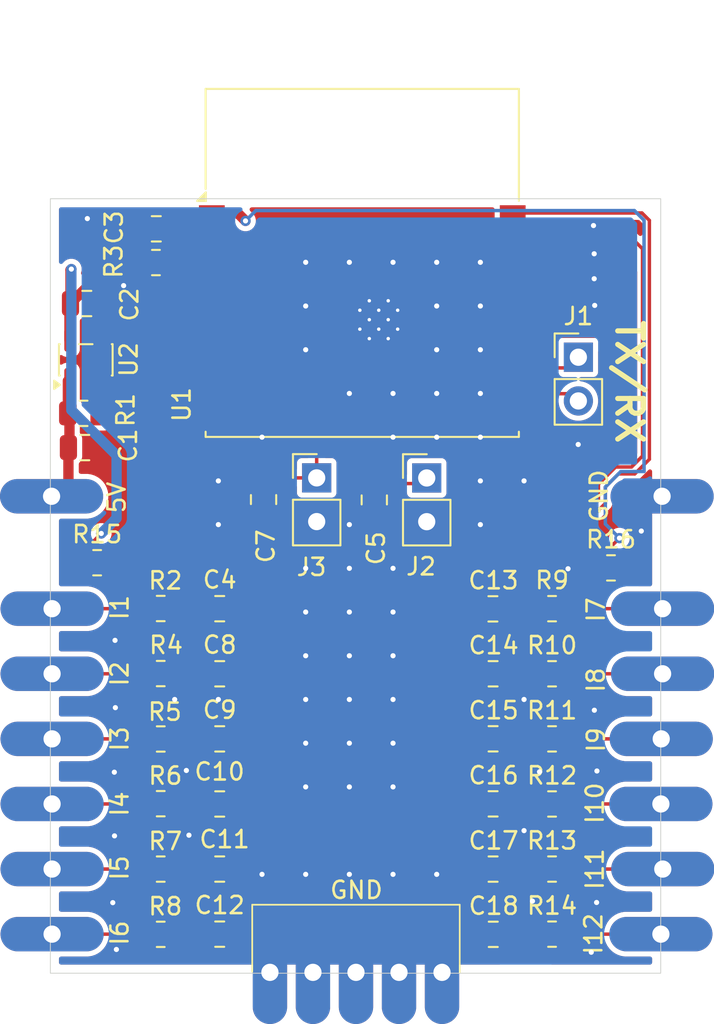
<source format=kicad_pcb>
(kicad_pcb (version 20241229) (generator "pcbnew") (generator_version "9.0")
  (layers (0 "F.Cu" signal) (2 "B.Cu" signal) (13 "F.Paste" user) (15 "B.Paste" user) (5 "F.SilkS" user "F.Silkscreen") (7 "B.SilkS" user "B.Silkscreen") (1 "F.Mask" user) (3 "B.Mask" user) (25 "Edge.Cuts" user))
  (net 0 "")
  (net 1 "GND")
  (net 2 "/F1")
  (net 3 "/EN")
  (net 4 "Net-(J3-Pin_1)")
  (net 5 "/F2")
  (net 6 "/F3")
  (net 7 "/F4")
  (net 8 "/F5")
  (net 9 "/F6")
  (net 10 "/F7")
  (net 11 "/F8")
  (net 12 "/F9")
  (net 13 "/F10")
  (net 14 "/F11")
  (net 15 "/F12")
  (net 16 "/TX")
  (net 17 "/RX")
  (net 18 "Net-(U2-EN)")
  (net 20 "+5V")
  (net 21 "+3V3")
  (net 22 "+3V3_UP")
  (footprint "" (layer "F.Cu") (at 79.275 90.95 90)
    (property "Reference" "")
    (property "Value" "")
  )
  (footprint "Capacitor_SMD:C_0805_2012Metric" (layer "F.Cu") (at 63.5 60.46)
    (property "Reference" "C1")
    (property "Value" "1u")
  )
  (footprint "Capacitor_SMD:C_0805_2012Metric" (layer "F.Cu") (at 71.35 77.384)
    (property "Reference" "C9")
    (property "Value" "4u7")
  )
  (footprint "Resistor_SMD:R_0805_2012Metric" (layer "F.Cu") (at 90.68 77.384)
    (property "Reference" "R11")
    (property "Value" "10k")
  )
  (footprint "TestPoint:TestPoint_THTPad_D2.0mm_Drill1.0mm" (layer "F.Cu") (at 61.6 88.73 90)
    (property "Reference" "I6")
    (property "Value" "TestPoint_Alt")
  )
  (footprint "" (layer "F.Cu") (at 76.7725 90.95 90)
    (property "Reference" "")
    (property "Value" "")
  )
  (footprint "TestPoint:TestPoint_THTPad_D2.0mm_Drill1.0mm" (layer "F.Cu") (at 61.57 63.29 90)
    (property "Reference" "5V")
    (property "Value" "TestPoint_Alt")
  )
  (footprint "Capacitor_SMD:C_0805_2012Metric" (layer "F.Cu") (at 87.25 81.16 180)
    (property "Reference" "C16")
    (property "Value" "4u7")
  )
  (footprint "TestPoint:TestPoint_THTPad_D2.0mm_Drill1.0mm" (layer "F.Cu") (at 97.11 73.602 90)
    (property "Reference" "I8")
    (property "Value" "TestPoint_Alt")
  )
  (footprint "TestPoint:TestPoint_THTPad_D2.0mm_Drill1.0mm" (layer "F.Cu") (at 61.6 77.384 90)
    (property "Reference" "I3")
    (property "Value" "TestPoint_Alt")
  )
  (footprint "Capacitor_SMD:C_0805_2012Metric" (layer "F.Cu") (at 73.9 63.48 -90)
    (property "Reference" "C7")
    (property "Value" "1u")
  )
  (footprint "Resistor_SMD:R_0805_2012Metric" (layer "F.Cu") (at 90.68 81.166)
    (property "Reference" "R12")
    (property "Value" "10k")
  )
  (footprint "Capacitor_SMD:C_0805_2012Metric" (layer "F.Cu") (at 87.25 73.602 180)
    (property "Reference" "C14")
    (property "Value" "4u7")
  )
  (footprint "Package_TO_SOT_SMD:SOT-23-5" (layer "F.Cu") (at 63.56 55.3625 90)
    (property "Reference" "U2")
    (property "Value" "AP2112K-3.3")
  )
  (footprint "" (layer "F.Cu") (at 74.27 90.95 90)
    (property "Reference" "")
    (property "Value" "")
  )
  (footprint "Capacitor_SMD:C_0805_2012Metric" (layer "F.Cu") (at 71.35 81.166)
    (property "Reference" "C10")
    (property "Value" "4u7")
  )
  (footprint "Capacitor_SMD:C_0805_2012Metric" (layer "F.Cu") (at 87.24 69.83 180)
    (property "Reference" "C13")
    (property "Value" "4u7")
  )
  (footprint "Connector_PinHeader_2.54mm:PinHeader_1x02_P2.54mm_Vertical" (layer "F.Cu") (at 92.21 55.21)
    (property "Reference" "J1")
    (property "Value" "Conn_01x02_Pin")
  )
  (footprint "Resistor_SMD:R_0805_2012Metric" (layer "F.Cu") (at 67.64 49.71)
    (property "Reference" "R3")
    (property "Value" "10k")
  )
  (footprint "Resistor_SMD:R_0805_2012Metric" (layer "F.Cu") (at 67.9175 73.59 180)
    (property "Reference" "R4")
    (property "Value" "10k")
  )
  (footprint "TestPoint:TestPoint_THTPad_D2.0mm_Drill1.0mm" (layer "F.Cu") (at 61.6 84.948 90)
    (property "Reference" "I5")
    (property "Value" "TestPoint_Alt")
  )
  (footprint "Resistor_SMD:R_0805_2012Metric" (layer "F.Cu") (at 67.9175 84.95 180)
    (property "Reference" "R7")
    (property "Value" "10k")
  )
  (footprint "Capacitor_SMD:C_0805_2012Metric" (layer "F.Cu") (at 71.35 69.82)
    (property "Reference" "C4")
    (property "Value" "4u7")
  )
  (footprint "Resistor_SMD:R_0805_2012Metric" (layer "F.Cu") (at 67.9175 81.15 180)
    (property "Reference" "R6")
    (property "Value" "10k")
  )
  (footprint "Resistor_SMD:R_0805_2012Metric" (layer "F.Cu") (at 94.1075 67.45)
    (property "Reference" "R16")
    (property "Value" "4k7")
  )
  (footprint "Resistor_SMD:R_0805_2012Metric" (layer "F.Cu") (at 67.9175 69.81 180)
    (property "Reference" "R2")
    (property "Value" "10k")
  )
  (footprint "Resistor_SMD:R_0805_2012Metric" (layer "F.Cu") (at 90.68 73.602)
    (property "Reference" "R10")
    (property "Value" "10k")
  )
  (footprint "Capacitor_SMD:C_0805_2012Metric" (layer "F.Cu") (at 80.34 63.5 -90)
    (property "Reference" "C5")
    (property "Value" "1u")
  )
  (footprint "" (layer "F.Cu") (at 81.7775 90.95 90)
    (property "Reference" "")
    (property "Value" "")
  )
  (footprint "Capacitor_SMD:C_0805_2012Metric" (layer "F.Cu") (at 71.35 84.948)
    (property "Reference" "C11")
    (property "Value" "4u7")
  )
  (footprint "Resistor_SMD:R_0805_2012Metric" (layer "F.Cu") (at 64.22 67.15)
    (property "Reference" "R15")
    (property "Value" "4k7")
  )
  (footprint "TestPoint:TestPoint_THTPad_D2.0mm_Drill1.0mm" (layer "F.Cu") (at 97.01 81.166 90)
    (property "Reference" "I10")
    (property "Value" "TestPoint_Alt")
  )
  (footprint "TestPoint:TestPoint_THTPad_D2.0mm_Drill1.0mm" (layer "F.Cu") (at 97.03 77.384 90)
    (property "Reference" "I9")
    (property "Value" "TestPoint_Alt")
  )
  (footprint "TestPoint:TestPoint_THTPad_D2.0mm_Drill1.0mm" (layer "F.Cu") (at 61.6 69.82 90)
    (property "Reference" "I1")
    (property "Value" "TestPoint_Alt")
  )
  (footprint "" (layer "F.Cu") (at 84.28 90.95 90)
    (property "Reference" "")
    (property "Value" "")
  )
  (footprint "Connector_PinHeader_2.54mm:PinHeader_1x02_P2.54mm_Vertical" (layer "F.Cu") (at 83.39 62.225)
    (property "Reference" "J2")
    (property "Value" "Conn_01x02_Pin")
  )
  (footprint "TestPoint:TestPoint_THTPad_D2.0mm_Drill1.0mm" (layer "F.Cu") (at 97.01 88.73 90)
    (property "Reference" "I12")
    (property "Value" "TestPoint_Alt")
  )
  (footprint "Resistor_SMD:R_0805_2012Metric" (layer "F.Cu") (at 67.9175 88.74 180)
    (property "Reference" "R8")
    (property "Value" "10k")
  )
  (footprint "Capacitor_SMD:C_0805_2012Metric" (layer "F.Cu") (at 87.25 84.95 180)
    (property "Reference" "C17")
    (property "Value" "4u7")
  )
  (footprint "Resistor_SMD:R_0805_2012Metric" (layer "F.Cu") (at 90.68 69.82)
    (property "Reference" "R9")
    (property "Value" "10k")
  )
  (footprint "Resistor_SMD:R_0805_2012Metric" (layer "F.Cu") (at 90.68 84.948)
    (property "Reference" "R13")
    (property "Value" "10k")
  )
  (footprint "Resistor_SMD:R_0805_2012Metric" (layer "F.Cu") (at 67.92 77.39 180)
    (property "Reference" "R5")
    (property "Value" "10k")
  )
  (footprint "TestPoint:TestPoint_THTPad_D2.0mm_Drill1.0mm" (layer "F.Cu") (at 61.6 73.602 90)
    (property "Reference" "I2")
    (property "Value" "TestPoint_Alt")
  )
  (footprint "Capacitor_SMD:C_0805_2012Metric" (layer "F.Cu") (at 71.35 88.73)
    (property "Reference" "C12")
    (property "Value" "4u7")
  )
  (footprint "Resistor_SMD:R_0805_2012Metric" (layer "F.Cu") (at 90.68 88.73)
    (property "Reference" "R14")
    (property "Value" "10k")
  )
  (footprint "Capacitor_SMD:C_0805_2012Metric" (layer "F.Cu") (at 87.25 77.38 180)
    (property "Reference" "C15")
    (property "Value" "4u7")
  )
  (footprint "Capacitor_SMD:C_0805_2012Metric" (layer "F.Cu") (at 67.66 47.75)
    (property "Reference" "C3")
    (property "Value" "1u")
  )
  (footprint "Resistor_SMD:R_0805_2012Metric" (layer "F.Cu") (at 63.43 58.47)
    (property "Reference" "R1")
    (property "Value" "1k")
  )
  (footprint "TestPoint:TestPoint_THTPad_D2.0mm_Drill1.0mm" (layer "F.Cu") (at 97.08 63.29 90)
    (property "Reference" "GND")
    (property "Value" "TestPoint_Alt")
  )
  (footprint "Capacitor_SMD:C_0805_2012Metric" (layer "F.Cu") (at 87.26 88.74 180)
    (property "Reference" "C18")
    (property "Value" "4u7")
  )
  (footprint "TestPoint:TestPoint_THTPad_D2.0mm_Drill1.0mm" (layer "F.Cu") (at 97.11 69.82 90)
    (property "Reference" "I7")
    (property "Value" "TestPoint_Alt")
  )
  (footprint "Connector_PinHeader_2.54mm:PinHeader_1x02_P2.54mm_Vertical" (layer "F.Cu") (at 76.99 62.22)
    (property "Reference" "J3")
    (property "Value" "Conn_01x02_Pin")
  )
  (footprint "TestPoint:TestPoint_THTPad_D2.0mm_Drill1.0mm" (layer "F.Cu") (at 61.6 81.166 90)
    (property "Reference" "I4")
    (property "Value" "TestPoint_Alt")
  )
  (footprint "Capacitor_SMD:C_0805_2012Metric" (layer "F.Cu") (at 63.62 52.09)
    (property "Reference" "C2")
    (property "Value" "1u")
  )
  (footprint "TestPoint:TestPoint_THTPad_D2.0mm_Drill1.0mm" (layer "F.Cu") (at 97.12 84.948 90)
    (property "Reference" "I11")
    (property "Value" "TestPoint_Alt")
  )
  (footprint "RF_Module:ESP32-C3-WROOM-02" (layer "F.Cu") (at 79.64 52.83)
    (property "Reference" "U1")
    (property "Value" "ESP32-C3-WROOM-02")
  )
  (footprint "Capacitor_SMD:C_0805_2012Metric" (layer "F.Cu") (at 71.35 73.602)
    (property "Reference" "C8")
    (property "Value" "4u7")
  )
  (gr_line (start 73.24 90.91) (end 73.24 87.02) (stroke (width 0.1)) (layer "F.SilkS"))
  (gr_line (start 85.31 87.02) (end 85.31 90.96) (stroke (width 0.1)) (layer "F.SilkS"))
  (gr_line (start 73.24 87.02) (end 85.31 87.02) (stroke (width 0.1)) (layer "F.SilkS"))
  (gr_rect (start 61.5 46) (end 97 91) (stroke (width 0.05)) (fill no) (layer "Edge.Cuts"))
  (gr_text "GND\n" (at 79.3 86.17 0) (layer "F.SilkS") (effects (font (size 1 1))))
  (gr_text "TX/RX" (at 94.3 52.91 270) (layer "F.SilkS") (effects (font (size 1.5 1.5) (thickness 0.3) (bold yes)) (justify left bottom)))
  (via (at 65.26 71.66) (size 0.6) (drill 0.3) (layers "F.Cu" "B.Cu") (net 1))
  (via (at 76.35 77.635) (size 0.6) (drill 0.3) (layers "F.Cu" "B.Cu") (net 1))
  (via (at 69.56 82.98) (size 0.6) (drill 0.3) (layers "F.Cu" "B.Cu") (net 1))
  (via (at 81.43 67.475) (size 0.6) (drill 0.3) (layers "F.Cu" "B.Cu") (net 1))
  (via (at 81.43 72.555) (size 0.6) (drill 0.3) (layers "F.Cu" "B.Cu") (net 1))
  (via (at 65.28 75.57) (size 0.6) (drill 0.3) (layers "F.Cu" "B.Cu") (net 1))
  (via (at 69.41 79.22) (size 0.6) (drill 0.3) (layers "F.Cu" "B.Cu") (net 1))
  (via (at 86.51 62.395) (size 0.6) (drill 0.3) (layers "F.Cu" "B.Cu") (net 1))
  (via (at 83.97 54.775) (size 0.6) (drill 0.3) (layers "F.Cu" "B.Cu") (net 1))
  (via (at 63.65 47.155) (size 0.6) (drill 0.3) (layers "F.Cu" "B.Cu") (net 1))
  (via (at 83.97 52.235) (size 0.6) (drill 0.3) (layers "F.Cu" "B.Cu") (net 1))
  (via (at 78.89 57.315) (size 0.6) (drill 0.3) (layers "F.Cu" "B.Cu") (net 1))
  (via (at 81.43 57.315) (size 0.6) (drill 0.3) (layers "F.Cu" "B.Cu") (net 1))
  (via (at 83.97 49.695) (size 0.6) (drill 0.3) (layers "F.Cu" "B.Cu") (net 1))
  (via (at 86.51 54.775) (size 0.6) (drill 0.3) (layers "F.Cu" "B.Cu") (net 1))
  (via (at 89.05 82.715) (size 0.6) (drill 0.3) (layers "F.Cu" "B.Cu") (net 1))
  (via (at 76.35 54.775) (size 0.6) (drill 0.3) (layers "F.Cu" "B.Cu") (net 1))
  (via (at 76.35 70.015) (size 0.6) (drill 0.3) (layers "F.Cu" "B.Cu") (net 1))
  (via (at 78.89 49.695) (size 0.6) (drill 0.3) (layers "F.Cu" "B.Cu") (net 1))
  (via (at 89.05 62.395) (size 0.6) (drill 0.3) (layers "F.Cu" "B.Cu") (net 1))
  (via (at 89.05 75.095) (size 0.6) (drill 0.3) (layers "F.Cu" "B.Cu") (net 1))
  (via (at 83.97 57.315) (size 0.6) (drill 0.3) (layers "F.Cu" "B.Cu") (net 1))
  (via (at 81.43 85.255) (size 0.6) (drill 0.3) (layers "F.Cu" "B.Cu") (net 1))
  (via (at 71.27 62.395) (size 0.6) (drill 0.3) (layers "F.Cu" "B.Cu") (net 1))
  (via (at 81.43 75.095) (size 0.6) (drill 0.3) (layers "F.Cu" "B.Cu") (net 1))
  (via (at 65.76 51.05) (size 0.6) (drill 0.3) (layers "F.Cu" "B.Cu") (net 1))
  (via (at 93.29 79.25) (size 0.6) (drill 0.3) (layers "F.Cu" "B.Cu") (net 1))
  (via (at 93.13 50.65) (size 0.6) (drill 0.3) (layers "F.Cu" "B.Cu") (net 1))
  (via (at 81.43 80.175) (size 0.6) (drill 0.3) (layers "F.Cu" "B.Cu") (net 1))
  (via (at 93.27 86.89) (size 0.6) (drill 0.3) (layers "F.Cu" "B.Cu") (net 1))
  (via (at 76.35 75.095) (size 0.6) (drill 0.3) (layers "F.Cu" "B.Cu") (net 1))
  (via (at 78.89 70.015) (size 0.6) (drill 0.3) (layers "F.Cu" "B.Cu") (net 1))
  (via (at 76.35 49.695) (size 0.6) (drill 0.3) (layers "F.Cu" "B.Cu") (net 1))
  (via (at 65.23 83.02) (size 0.6) (drill 0.3) (layers "F.Cu" "B.Cu") (net 1))
  (via (at 76.35 72.555) (size 0.6) (drill 0.3) (layers "F.Cu" "B.Cu") (net 1))
  (via (at 78.89 67.475) (size 0.6) (drill 0.3) (layers "F.Cu" "B.Cu") (net 1))
  (via (at 73.81 85.255) (size 0.6) (drill 0.3) (layers "F.Cu" "B.Cu") (net 1))
  (via (at 76.35 67.475) (size 0.6) (drill 0.3) (layers "F.Cu" "B.Cu") (net 1))
  (via (at 81.43 70.015) (size 0.6) (drill 0.3) (layers "F.Cu" "B.Cu") (net 1))
  (via (at 92.96 89.78) (size 0.6) (drill 0.3) (layers "F.Cu" "B.Cu") (net 1))
  (via (at 78.89 85.255) (size 0.6) (drill 0.3) (layers "F.Cu" "B.Cu") (net 1))
  (via (at 81.43 59.855) (size 0.6) (drill 0.3) (layers "F.Cu" "B.Cu") (net 1))
  (via (at 89.54 86.81) (size 0.6) (drill 0.3) (layers "F.Cu" "B.Cu") (net 1))
  (via (at 86.51 49.695) (size 0.6) (drill 0.3) (layers "F.Cu" "B.Cu") (net 1))
  (via (at 92.2 60.28) (size 0.6) (drill 0.3) (layers "F.Cu" "B.Cu") (net 1))
  (via (at 86.51 59.855) (size 0.6) (drill 0.3) (layers "F.Cu" "B.Cu") (net 1))
  (via (at 68.73 75.095) (size 0.6) (drill 0.3) (layers "F.Cu" "B.Cu") (net 1))
  (via (at 76.35 80.175) (size 0.6) (drill 0.3) (layers "F.Cu" "B.Cu") (net 1))
  (via (at 93.13 49.2) (size 0.6) (drill 0.3) (layers "F.Cu" "B.Cu") (net 1))
  (via (at 73.81 59.855) (size 0.6) (drill 0.3) (layers "F.Cu" "B.Cu") (net 1))
  (via (at 78.89 80.175) (size 0.6) (drill 0.3) (layers "F.Cu" "B.Cu") (net 1))
  (via (at 65.13 86.9) (size 0.6) (drill 0.3) (layers "F.Cu" "B.Cu") (net 1))
  (via (at 81.43 77.635) (size 0.6) (drill 0.3) (layers "F.Cu" "B.Cu") (net 1))
  (via (at 86.51 64.935) (size 0.6) (drill 0.3) (layers "F.Cu" "B.Cu") (net 1))
  (via (at 71.27 75.095) (size 0.6) (drill 0.3) (layers "F.Cu" "B.Cu") (net 1))
  (via (at 83.97 85.255) (size 0.6) (drill 0.3) (layers "F.Cu" "B.Cu") (net 1))
  (via (at 81.43 49.695) (size 0.6) (drill 0.3) (layers "F.Cu" "B.Cu") (net 1))
  (via (at 78.89 75.095) (size 0.6) (drill 0.3) (layers "F.Cu" "B.Cu") (net 1))
  (via (at 65.22 79.32) (size 0.6) (drill 0.3) (layers "F.Cu" "B.Cu") (net 1))
  (via (at 89.95 79.3) (size 0.6) (drill 0.3) (layers "F.Cu" "B.Cu") (net 1))
  (via (at 78.89 64.935) (size 0.6) (drill 0.3) (layers "F.Cu" "B.Cu") (net 1))
  (via (at 83.97 59.855) (size 0.6) (drill 0.3) (layers "F.Cu" "B.Cu") (net 1))
  (via (at 65.34 89.62) (size 0.6) (drill 0.3) (layers "F.Cu" "B.Cu") (net 1))
  (via (at 95.87 65.31) (size 0.6) (drill 0.3) (layers "F.Cu" "B.Cu") (net 1))
  (via (at 76.35 85.255) (size 0.6) (drill 0.3) (layers "F.Cu" "B.Cu") (net 1))
  (via (at 93.09 47.56) (size 0.6) (drill 0.3) (layers "F.Cu" "B.Cu") (net 1))
  (via (at 86.51 52.235) (size 0.6) (drill 0.3) (layers "F.Cu" "B.Cu") (net 1))
  (via (at 78.89 77.635) (size 0.6) (drill 0.3) (layers "F.Cu" "B.Cu") (net 1))
  (via (at 86.51 57.315) (size 0.6) (drill 0.3) (layers "F.Cu" "B.Cu") (net 1))
  (via (at 91.61 67.5) (size 0.6) (drill 0.3) (layers "F.Cu" "B.Cu") (net 1))
  (via (at 78.89 72.555) (size 0.6) (drill 0.3) (layers "F.Cu" "B.Cu") (net 1))
  (via (at 76.35 52.235) (size 0.6) (drill 0.3) (layers "F.Cu" "B.Cu") (net 1))
  (via (at 93.14 75.72) (size 0.6) (drill 0.3) (layers "F.Cu" "B.Cu") (net 1))
  (via (at 71.27 64.935) (size 0.6) (drill 0.3) (layers "F.Cu" "B.Cu") (net 1))
  (via (at 93.16 52.2) (size 0.6) (drill 0.3) (layers "F.Cu" "B.Cu") (net 1))
  (segment (start 70.46 69.82) (end 68.9225 69.82) (width 0.2) (layer "F.Cu") (net 2))
  (segment (start 69.411 50.929) (end 69.761 50.579) (width 0.2) (layer "F.Cu") (net 2))
  (segment (start 69.761 50.579) (end 70.141 50.579) (width 0.2) (layer "F.Cu") (net 2))
  (segment (start 67.5239 50.929) (end 69.411 50.929) (width 0.2) (layer "F.Cu") (net 2))
  (segment (start 67.5029 50.95) (end 67.5239 50.929) (width 0.2) (layer "F.Cu") (net 2))
  (segment (start 68.9225 68.3525) (end 66.49 65.92) (width 0.2) (layer "F.Cu") (net 2))
  (segment (start 70.141 50.579) (end 70.89 49.83) (width 0.2) (layer "F.Cu") (net 2))
  (segment (start 70.46 69.81) (end 70.48 69.83) (width 0.2) (layer "F.Cu") (net 2))
  (segment (start 66.49 65.92) (end 66.49 51.86) (width 0.2) (layer "F.Cu") (net 2))
  (segment (start 68.9225 69.82) (end 68.9225 68.3525) (width 0.2) (layer "F.Cu") (net 2))
  (segment (start 67.4 50.95) (end 67.5029 50.95) (width 0.2) (layer "F.Cu") (net 2))
  (segment (start 66.49 51.86) (end 67.4 50.95) (width 0.2) (layer "F.Cu") (net 2))
  (segment (start 83.065 62.55) (end 83.39 62.225) (width 0.2) (layer "F.Cu") (net 3))
  (segment (start 80.34 62.55) (end 73.47 55.68) (width 0.2) (layer "F.Cu") (net 3))
  (segment (start 73.47 55.68) (end 73.47 49.65) (width 0.2) (layer "F.Cu") (net 3))
  (segment (start 70.34 48.33) (end 69.46 49.21) (width 0.2) (layer "F.Cu") (net 3))
  (segment (start 72.15 48.33) (end 70.89 48.33) (width 0.2) (layer "F.Cu") (net 3))
  (segment (start 70.89 48.33) (end 70.34 48.33) (width 0.2) (layer "F.Cu") (net 3))
  (segment (start 80.34 62.55) (end 83.065 62.55) (width 0.2) (layer "F.Cu") (net 3))
  (segment (start 73.47 49.65) (end 72.15 48.33) (width 0.2) (layer "F.Cu") (net 3))
  (segment (start 69.46 49.21) (end 68.5725 49.21) (width 0.2) (layer "F.Cu") (net 3))
  (segment (start 74.21 62.22) (end 73.9 62.53) (width 0.2) (layer "F.Cu") (net 4))
  (segment (start 70.89 57.33) (end 74.17 57.33) (width 0.2) (layer "F.Cu") (net 4))
  (segment (start 76.99 62.22) (end 74.21 62.22) (width 0.2) (layer "F.Cu") (net 4))
  (segment (start 74.17 57.33) (end 76.99 60.15) (width 0.2) (layer "F.Cu") (net 4))
  (segment (start 76.99 60.15) (end 76.99 62.22) (width 0.2) (layer "F.Cu") (net 4))
  (segment (start 71.201 69.10984) (end 71.201 72.801) (width 0.2) (layer "F.Cu") (net 5))
  (segment (start 67 65.83) (end 69.964 68.794) (width 0.2) (layer "F.Cu") (net 5))
  (segment (start 70.88516 68.794) (end 71.201 69.10984) (width 0.2) (layer "F.Cu") (net 5))
  (segment (start 67.69 51.33) (end 67 52.02) (width 0.2) (layer "F.Cu") (net 5))
  (segment (start 69.964 68.794) (end 70.88516 68.794) (width 0.2) (layer "F.Cu") (net 5))
  (segment (start 68.9225 73.602) (end 70.4 73.602) (width 0.2) (layer "F.Cu") (net 5))
  (segment (start 70.89 51.33) (end 67.69 51.33) (width 0.2) (layer "F.Cu") (net 5))
  (segment (start 67 52.02) (end 67 65.83) (width 0.2) (layer "F.Cu") (net 5))
  (segment (start 71.201 72.801) (end 70.4 73.602) (width 0.2) (layer "F.Cu") (net 5))
  (segment (start 68.79 52.83) (end 70.89 52.83) (width 0.2) (layer "F.Cu") (net 6))
  (segment (start 67.401 65.6639) (end 67.401 54.219) (width 0.2) (layer "F.Cu") (net 6))
  (segment (start 73.101 74.683) (end 73.101 69.10984) (width 0.2) (layer "F.Cu") (net 6))
  (segment (start 73.101 69.10984) (end 72.38416 68.393) (width 0.2) (layer "F.Cu") (net 6))
  (segment (start 72.38416 68.393) (end 70.1301 68.393) (width 0.2) (layer "F.Cu") (net 6))
  (segment (start 67.401 54.219) (end 68.79 52.83) (width 0.2) (layer "F.Cu") (net 6))
  (segment (start 70.1301 68.393) (end 67.401 65.6639) (width 0.2) (layer "F.Cu") (net 6))
  (segment (start 68.9225 77.384) (end 70.4 77.384) (width 0.2) (layer "F.Cu") (net 6))
  (segment (start 70.4 77.384) (end 73.101 74.683) (width 0.2) (layer "F.Cu") (net 6))
  (segment (start 73.502 78.148) (end 73.502 68.94374) (width 0.2) (layer "F.Cu") (net 7))
  (segment (start 70.2962 67.992) (end 67.802 65.4978) (width 0.2) (layer "F.Cu") (net 7))
  (segment (start 68.9225 81.166) (end 70.4 81.166) (width 0.2) (layer "F.Cu") (net 7))
  (segment (start 70.484 81.166) (end 73.502 78.148) (width 0.2) (layer "F.Cu") (net 7))
  (segment (start 68.72 54.33) (end 70.89 54.33) (width 0.2) (layer "F.Cu") (net 7))
  (segment (start 72.55026 67.992) (end 70.2962 67.992) (width 0.2) (layer "F.Cu") (net 7))
  (segment (start 67.802 65.4978) (end 67.802 55.248) (width 0.2) (layer "F.Cu") (net 7))
  (segment (start 73.502 68.94374) (end 72.55026 67.992) (width 0.2) (layer "F.Cu") (net 7))
  (segment (start 70.4 81.166) (end 70.484 81.166) (width 0.2) (layer "F.Cu") (net 7))
  (segment (start 67.802 55.248) (end 68.72 54.33) (width 0.2) (layer "F.Cu") (net 7))
  (segment (start 73.903 80.247) (end 73.903 68.77764) (width 0.2) (layer "F.Cu") (net 8))
  (segment (start 70.4 83.75) (end 71.958 82.192) (width 0.2) (layer "F.Cu") (net 8))
  (segment (start 68.203 56.557) (end 68.935 55.825) (width 0.2) (layer "F.Cu") (net 8))
  (segment (start 72.78516 82.192) (end 73.101 81.87616) (width 0.2) (layer "F.Cu") (net 8))
  (segment (start 73.101 81.049) (end 73.903 80.247) (width 0.2) (layer "F.Cu") (net 8))
  (segment (start 73.903 68.77764) (end 72.71636 67.591) (width 0.2) (layer "F.Cu") (net 8))
  (segment (start 68.203 65.3317) (end 68.203 56.557) (width 0.2) (layer "F.Cu") (net 8))
  (segment (start 72.71636 67.591) (end 70.4623 67.591) (width 0.2) (layer "F.Cu") (net 8))
  (segment (start 68.935 55.825) (end 68.94 55.83) (width 0.2) (layer "F.Cu") (net 8))
  (segment (start 68.9225 84.948) (end 70.4 84.948) (width 0.2) (layer "F.Cu") (net 8))
  (segment (start 68.94 55.83) (end 70.89 55.83) (width 0.2) (layer "F.Cu") (net 8))
  (segment (start 71.958 82.192) (end 72.78516 82.192) (width 0.2) (layer "F.Cu") (net 8))
  (segment (start 70.4 84.948) (end 70.4 83.75) (width 0.2) (layer "F.Cu") (net 8))
  (segment (start 70.4623 67.591) (end 68.203 65.3317) (width 0.2) (layer "F.Cu") (net 8))
  (segment (start 73.101 81.87616) (end 73.101 81.049) (width 0.2) (layer "F.Cu") (net 8))
  (segment (start 71.20658 84.24342) (end 72.857 82.593) (width 0.2) (layer "F.Cu") (net 9))
  (segment (start 71.201 85.65816) (end 71.201 84.23784) (width 0.2) (layer "F.Cu") (net 9))
  (segment (start 70.876 85.974) (end 70.88516 85.974) (width 0.2) (layer "F.Cu") (net 9))
  (segment (start 82.44 82.39) (end 83.52 83.47) (width 0.2) (layer "F.Cu") (net 9))
  (segment (start 71.201 84.23784) (end 71.20658 84.24342) (width 0.2) (layer "F.Cu") (net 9))
  (segment (start 85.153 66.557) (end 87.3288 66.557) (width 0.2) (layer "F.Cu") (net 9))
  (segment (start 70.4 86.45) (end 70.876 85.974) (width 0.2) (layer "F.Cu") (net 9))
  (segment (start 87.3288 66.557) (end 90.99 62.8958) (width 0.2) (layer "F.Cu") (net 9))
  (segment (start 70.88516 85.974) (end 71.201 85.65816) (width 0.2) (layer "F.Cu") (net 9))
  (segment (start 70.4 88.73) (end 70.4 86.45) (width 0.2) (layer "F.Cu") (net 9))
  (segment (start 83.52 68.19) (end 85.153 66.557) (width 0.2) (layer "F.Cu") (net 9))
  (segment (start 90.99 60.09) (end 89.73 58.83) (width 0.2) (layer "F.Cu") (net 9))
  (segment (start 90.99 62.8958) (end 90.99 60.09) (width 0.2) (layer "F.Cu") (net 9))
  (segment (start 72.857 82.593) (end 72.95126 82.593) (width 0.2) (layer "F.Cu") (net 9))
  (segment (start 72.95126 82.593) (end 73.15426 82.39) (width 0.2) (layer "F.Cu") (net 9))
  (segment (start 68.9225 88.73) (end 70.4 88.73) (width 0.2) (layer "F.Cu") (net 9))
  (segment (start 89.73 58.83) (end 88.39 58.83) (width 0.2) (layer "F.Cu") (net 9))
  (segment (start 83.52 83.47) (end 83.52 68.19) (width 0.2) (layer "F.Cu") (net 9))
  (segment (start 73.15426 82.39) (end 82.44 82.39) (width 0.2) (layer "F.Cu") (net 9))
  (segment (start 89.7675 67.7125) (end 93.779 63.701) (width 0.2) (layer "F.Cu") (net 10))
  (segment (start 93.779 62.751108) (end 94.541108 61.989) (width 0.2) (layer "F.Cu") (net 10))
  (segment (start 93.779 63.701) (end 93.779 62.751108) (width 0.2) (layer "F.Cu") (net 10))
  (segment (start 95.491 61.989) (end 96.34 61.14) (width 0.2) (layer "F.Cu") (net 10))
  (segment (start 95.91 46.83) (end 88.39 46.83) (width 0.2) (layer "F.Cu") (net 10))
  (segment (start 89.7675 69.82) (end 89.7675 67.7125) (width 0.2) (layer "F.Cu") (net 10))
  (segment (start 94.541108 61.989) (end 95.491 61.989) (width 0.2) (layer "F.Cu") (net 10))
  (segment (start 88.26 69.82) (end 89.7675 69.82) (width 0.2) (layer "F.Cu") (net 10))
  (segment (start 96.34 47.26) (end 95.91 46.83) (width 0.2) (layer "F.Cu") (net 10))
  (segment (start 96.34 61.14) (end 96.34 47.26) (width 0.2) (layer "F.Cu") (net 10))
  (segment (start 94.375008 61.588) (end 93.378 62.585008) (width 0.2) (layer "F.Cu") (net 11))
  (segment (start 87.708 68.562) (end 87.486 68.784) (width 0.2) (layer "F.Cu") (net 11))
  (segment (start 88.3051 68.562) (end 87.708 68.562) (width 0.2) (layer "F.Cu") (net 11))
  (segment (start 93.378 62.585008) (end 93.378 63.512) (width 0.2) (layer "F.Cu") (net 11))
  (segment (start 93.378 63.512) (end 88.41 68.48) (width 0.2) (layer "F.Cu") (net 11))
  (segment (start 95.939 60.951) (end 95.302 61.588) (width 0.2) (layer "F.Cu") (net 11))
  (segment (start 88.3871 68.48) (end 88.3051 68.562) (width 0.2) (layer "F.Cu") (net 11))
  (segment (start 87.486 68.784) (end 87.486 68.804) (width 0.2) (layer "F.Cu") (net 11))
  (segment (start 88.26 73.602) (end 89.7675 73.602) (width 0.2) (layer "F.Cu") (net 11))
  (segment (start 87.486 68.804) (end 87.27 69.02) (width 0.2) (layer "F.Cu") (net 11))
  (segment (start 95.36 48.33) (end 95.939 48.909) (width 0.2) (layer "F.Cu") (net 11))
  (segment (start 87.27 72.612) (end 88.26 73.602) (width 0.2) (layer "F.Cu") (net 11))
  (segment (start 88.39 48.33) (end 95.36 48.33) (width 0.2) (layer "F.Cu") (net 11))
  (segment (start 87.27 69.02) (end 87.27 72.612) (width 0.2) (layer "F.Cu") (net 11))
  (segment (start 95.939 48.909) (end 95.939 60.951) (width 0.2) (layer "F.Cu") (net 11))
  (segment (start 88.41 68.48) (end 88.3871 68.48) (width 0.2) (layer "F.Cu") (net 11))
  (segment (start 95.302 61.588) (end 94.375008 61.588) (width 0.2) (layer "F.Cu") (net 11))
  (segment (start 89.7675 77.384) (end 87.884 77.384) (width 0.2) (layer "F.Cu") (net 12))
  (segment (start 85.124 74.624) (end 85.124 68.9231) (width 0.2) (layer "F.Cu") (net 12))
  (segment (start 95.113 61.187) (end 95.538 60.762) (width 0.2) (layer "F.Cu") (net 12))
  (segment (start 85.8861 68.161) (end 88.139 68.161) (width 0.2) (layer "F.Cu") (net 12))
  (segment (start 88.139 68.161) (end 92.977 63.323) (width 0.2) (layer "F.Cu") (net 12))
  (segment (start 95.09 49.83) (end 88.39 49.83) (width 0.2) (layer "F.Cu") (net 12))
  (segment (start 87.884 77.384) (end 85.124 74.624) (width 0.2) (layer "F.Cu") (net 12))
  (segment (start 85.124 68.9231) (end 85.8861 68.161) (width 0.2) (layer "F.Cu") (net 12))
  (segment (start 94.208908 61.187) (end 95.113 61.187) (width 0.2) (layer "F.Cu") (net 12))
  (segment (start 95.538 50.278) (end 95.09 49.83) (width 0.2) (layer "F.Cu") (net 12))
  (segment (start 92.977 63.323) (end 92.977 62.418908) (width 0.2) (layer "F.Cu") (net 12))
  (segment (start 95.538 60.762) (end 95.538 50.278) (width 0.2) (layer "F.Cu") (net 12))
  (segment (start 92.977 62.418908) (end 94.208908 61.187) (width 0.2) (layer "F.Cu") (net 12))
  (segment (start 86.36 79.49) (end 84.723 77.853) (width 0.2) (layer "F.Cu") (net 13))
  (segment (start 92.51 63.2229) (end 92.51 62.318808) (width 0.2) (layer "F.Cu") (net 13))
  (segment (start 95.137 60.553) (end 95.137 51.727) (width 0.2) (layer "F.Cu") (net 13))
  (segment (start 92.51 62.318808) (end 94.042808 60.786) (width 0.2) (layer "F.Cu") (net 13))
  (segment (start 84.723 77.853) (end 84.723 68.757) (width 0.2) (layer "F.Cu") (net 13))
  (segment (start 88.26 80.37) (end 87.38 79.49) (width 0.2) (layer "F.Cu") (net 13))
  (segment (start 94.74 51.33) (end 88.39 51.33) (width 0.2) (layer "F.Cu") (net 13))
  (segment (start 87.38 79.49) (end 86.36 79.49) (width 0.2) (layer "F.Cu") (net 13))
  (segment (start 87.9729 67.76) (end 92.51 63.2229) (width 0.2) (layer "F.Cu") (net 13))
  (segment (start 85.72 67.76) (end 87.9729 67.76) (width 0.2) (layer "F.Cu") (net 13))
  (segment (start 95.137 51.727) (end 94.74 51.33) (width 0.2) (layer "F.Cu") (net 13))
  (segment (start 94.042808 60.786) (end 94.904 60.786) (width 0.2) (layer "F.Cu") (net 13))
  (segment (start 84.723 68.757) (end 85.72 67.76) (width 0.2) (layer "F.Cu") (net 13))
  (segment (start 94.904 60.786) (end 95.137 60.553) (width 0.2) (layer "F.Cu") (net 13))
  (segment (start 89.7675 81.166) (end 88.26 81.166) (width 0.2) (layer "F.Cu") (net 13))
  (segment (start 88.26 81.166) (end 88.26 80.37) (width 0.2) (layer "F.Cu") (net 13))
  (segment (start 94.61 53.29) (end 94.15 52.83) (width 0.2) (layer "F.Cu") (net 14))
  (segment (start 87.661 67.359) (end 92.109 62.911) (width 0.2) (layer "F.Cu") (net 14))
  (segment (start 94.235 60.385) (end 94.648 59.972) (width 0.2) (layer "F.Cu") (net 14))
  (segment (start 94.15 52.83) (end 88.39 52.83) (width 0.2) (layer "F.Cu") (net 14))
  (segment (start 92.109 62.152708) (end 93.876708 60.385) (width 0.2) (layer "F.Cu") (net 14))
  (segment (start 85.34 79.4929) (end 84.322 78.4749) (width 0.2) (layer "F.Cu") (net 14))
  (segment (start 92.109 62.911) (end 92.109 62.152708) (width 0.2) (layer "F.Cu") (net 14))
  (segment (start 93.876708 60.385) (end 94.235 60.385) (width 0.2) (layer "F.Cu") (net 14))
  (segment (start 84.322 68.5222) (end 85.4852 67.359) (width 0.2) (layer "F.Cu") (net 14))
  (segment (start 85.34 82.028) (end 85.34 79.4929) (width 0.2) (layer "F.Cu") (net 14))
  (segment (start 84.322 78.4749) (end 84.322 68.5222) (width 0.2) (layer "F.Cu") (net 14))
  (segment (start 89.7675 84.948) (end 88.26 84.948) (width 0.2) (layer "F.Cu") (net 14))
  (segment (start 94.648 59.972) (end 94.648 57.33) (width 0.2) (layer "F.Cu") (net 14))
  (segment (start 88.26 84.948) (end 85.34 82.028) (width 0.2) (layer "F.Cu") (net 14))
  (segment (start 94.648 57.33) (end 94.61 57.292) (width 0.2) (layer "F.Cu") (net 14))
  (segment (start 94.61 57.292) (end 94.61 53.29) (width 0.2) (layer "F.Cu") (net 14))
  (segment (start 85.4852 67.359) (end 87.661 67.359) (width 0.2) (layer "F.Cu") (net 14))
  (segment (start 86.78516 85.976) (end 85.81484 85.976) (width 0.2) (layer "F.Cu") (net 15))
  (segment (start 86.83058 85.93058) (end 86.78516 85.976) (width 0.2) (layer "F.Cu") (net 15))
  (segment (start 89.86 54.32) (end 88.4 54.32) (width 0.2) (layer "F.Cu") (net 15))
  (segment (start 83.921 78.641) (end 83.921 68.3561) (width 0.2) (layer "F.Cu") (net 15))
  (segment (start 93.710608 59.984) (end 94.0689 59.984) (width 0.2) (layer "F.Cu") (net 15))
  (segment (start 85.499 84.599) (end 85.07 84.17) (width 0.2) (layer "F.Cu") (net 15))
  (segment (start 94.209 54.869) (end 93.33 53.99) (width 0.2) (layer "F.Cu") (net 15))
  (segment (start 91.708 61.986608) (end 93.710608 59.984) (width 0.2) (layer "F.Cu") (net 15))
  (segment (start 88.21 87.31) (end 86.83058 85.93058) (width 0.2) (layer "F.Cu") (net 15))
  (segment (start 89.7675 88.73) (end 88.22 88.73) (width 0.2) (layer "F.Cu") (net 15))
  (segment (start 85.81484 85.976) (end 85.499 85.66016) (width 0.2) (layer "F.Cu") (net 15))
  (segment (start 87.4949 66.958) (end 91.708 62.7449) (width 0.2) (layer "F.Cu") (net 15))
  (segment (start 88.22 88.73) (end 88.21 88.74) (width 0.2) (layer "F.Cu") (net 15))
  (segment (start 85.499 85.66016) (end 85.499 84.599) (width 0.2) (layer "F.Cu") (net 15))
  (segment (start 94.209 59.8439) (end 94.209 54.869) (width 0.2) (layer "F.Cu") (net 15))
  (segment (start 85.3191 66.958) (end 87.4949 66.958) (width 0.2) (layer "F.Cu") (net 15))
  (segment (start 94.0689 59.984) (end 94.209 59.8439) (width 0.2) (layer "F.Cu") (net 15))
  (segment (start 84.939 79.659) (end 83.921 78.641) (width 0.2) (layer "F.Cu") (net 15))
  (segment (start 93.33 53.99) (end 90.19 53.99) (width 0.2) (layer "F.Cu") (net 15))
  (segment (start 85.07 84.17) (end 85.07 82.3251) (width 0.2) (layer "F.Cu") (net 15))
  (segment (start 88.4 54.32) (end 88.39 54.33) (width 0.2) (layer "F.Cu") (net 15))
  (segment (start 83.921 68.3561) (end 85.3191 66.958) (width 0.2) (layer "F.Cu") (net 15))
  (segment (start 88.21 88.74) (end 88.21 87.31) (width 0.2) (layer "F.Cu") (net 15))
  (segment (start 90.19 53.99) (end 89.86 54.32) (width 0.2) (layer "F.Cu") (net 15))
  (segment (start 84.939 82.1941) (end 84.939 79.659) (width 0.2) (layer "F.Cu") (net 15))
  (segment (start 91.708 62.7449) (end 91.708 61.986608) (width 0.2) (layer "F.Cu") (net 15))
  (segment (start 85.07 82.3251) (end 84.939 82.1941) (width 0.2) (layer "F.Cu") (net 15))
  (segment (start 88.39 55.83) (end 91.59 55.83) (width 0.2) (layer "F.Cu") (net 16))
  (segment (start 91.59 55.83) (end 92.21 55.21) (width 0.2) (layer "F.Cu") (net 16))
  (segment (start 88.39 57.33) (end 91.79 57.33) (width 0.2) (layer "F.Cu") (net 17))
  (segment (start 91.79 57.33) (end 92.21 57.75) (width 0.2) (layer "F.Cu") (net 17))
  (segment (start 64.3425 56.6675) (end 64.51 56.5) (width 0.2) (layer "F.Cu") (net 18))
  (segment (start 64.3425 58.47) (end 64.3425 56.6675) (width 0.2) (layer "F.Cu") (net 18))
  (segment (start 62.5175 58.47) (end 62.5175 56.5925) (width 0.6) (layer "F.Cu") (net 20))
  (segment (start 62.61 60.4) (end 62.55 60.46) (width 0.6) (layer "F.Cu") (net 20))
  (segment (start 62.61 56.5) (end 62.61 60.4) (width 0.6) (layer "F.Cu") (net 20))
  (segment (start 62.55 58.5025) (end 62.5175 58.47) (width 0.2) (layer "F.Cu") (net 20))
  (segment (start 62.55 60.46) (end 62.55 58.5025) (width 0.2) (layer "F.Cu") (net 20))
  (segment (start 62.55 60.46) (end 62.55 63.041) (width 0.6) (layer "F.Cu") (net 20))
  (segment (start 62.55 63.041) (end 62.301 63.29) (width 0.6) (layer "F.Cu") (net 20))
  (segment (start 62.5175 56.5925) (end 62.61 56.5) (width 0.6) (layer "F.Cu") (net 20))
  (segment (start 93.195 67.45) (end 93.195 67.125) (width 0.2) (layer "F.Cu") (net 21))
  (segment (start 68.61 47.75) (end 68.64 47.78) (width 0.6) (layer "F.Cu") (net 21))
  (segment (start 62.67 50.14) (end 62.72 50.09) (width 0.6) (layer "F.Cu") (net 21))
  (segment (start 67.971998 48.509) (end 67.539 48.941998) (width 0.6) (layer "F.Cu") (net 21))
  (segment (start 65.05 49.71) (end 62.67 52.09) (width 0.6) (layer "F.Cu") (net 21))
  (segment (start 70.89 46.83) (end 72.39 46.83) (width 0.6) (layer "F.Cu") (net 21))
  (segment (start 68.64 47.78) (end 68.64 48.02) (width 0.6) (layer "F.Cu") (net 21))
  (segment (start 63.3075 66.6025) (end 64.46 65.45) (width 0.2) (layer "F.Cu") (net 21))
  (segment (start 70.341 47.379) (end 68.981 47.379) (width 0.6) (layer "F.Cu") (net 21))
  (segment (start 67.539 49.121) (end 66.95 49.71) (width 0.6) (layer "F.Cu") (net 21))
  (segment (start 72.39 46.83) (end 72.85 47.29) (width 0.6) (layer "F.Cu") (net 21))
  (segment (start 68.151 48.509) (end 67.971998 48.509) (width 0.6) (layer "F.Cu") (net 21))
  (segment (start 62.67 52.09) (end 62.67 50.14) (width 0.6) (layer "F.Cu") (net 21))
  (segment (start 66.95 49.71) (end 65.05 49.71) (width 0.6) (layer "F.Cu") (net 21))
  (segment (start 93.195 67.125) (end 94.6 65.72) (width 0.2) (layer "F.Cu") (net 21))
  (segment (start 70.89 46.83) (end 70.341 47.379) (width 0.6) (layer "F.Cu") (net 21))
  (segment (start 68.981 47.379) (end 68.61 47.75) (width 0.6) (layer "F.Cu") (net 21))
  (segment (start 68.64 48.02) (end 68.151 48.509) (width 0.6) (layer "F.Cu") (net 21))
  (segment (start 62.61 54.225) (end 62.61 52.15) (width 0.6) (layer "F.Cu") (net 21))
  (segment (start 63.3075 67.15) (end 63.3075 66.6025) (width 0.2) (layer "F.Cu") (net 21))
  (segment (start 62.61 52.15) (end 62.67 52.09) (width 0.6) (layer "F.Cu") (net 21))
  (segment (start 67.539 48.941998) (end 67.539 49.121) (width 0.6) (layer "F.Cu") (net 21))
  (via (at 72.85 47.29) (size 0.6) (drill 0.3) (layers "F.Cu" "B.Cu") (net 21))
  (via (at 62.72 50.09) (size 0.6) (drill 0.3) (layers "F.Cu" "B.Cu") (net 21))
  (via (at 94.6 65.72) (size 0.6) (drill 0.3) (layers "F.Cu" "B.Cu") (net 21))
  (via (at 64.46 65.45) (size 0.6) (drill 0.3) (layers "F.Cu" "B.Cu") (net 21))
  (segment (start 95.47 46.69) (end 73.45 46.69) (width 0.2) (layer "B.Cu") (net 21))
  (segment (start 93.779 62.751108) (end 94.680108 61.85) (width 0.2) (layer "B.Cu") (net 21))
  (segment (start 73.45 46.69) (end 72.85 47.29) (width 0.2) (layer "B.Cu") (net 21))
  (segment (start 62.72 50.09) (end 62.72 58.28) (width 0.6) (layer "B.Cu") (net 21))
  (segment (start 93.779 64.899) (end 93.779 62.751108) (width 0.2) (layer "B.Cu") (net 21))
  (segment (start 65.35 64.56) (end 64.46 65.45) (width 0.6) (layer "B.Cu") (net 21))
  (segment (start 94.6 65.72) (end 93.779 64.899) (width 0.2) (layer "B.Cu") (net 21))
  (segment (start 96.03 47.25) (end 95.47 46.69) (width 0.2) (layer "B.Cu") (net 21))
  (segment (start 94.680108 61.85) (end 96.03 61.85) (width 0.2) (layer "B.Cu") (net 21))
  (segment (start 72.85 47.29) (end 72.83 47.27) (width 0.2) (layer "B.Cu") (net 21))
  (segment (start 62.72 58.28) (end 65.35 60.91) (width 0.6) (layer "B.Cu") (net 21))
  (segment (start 96.03 61.85) (end 96.03 47.25) (width 0.2) (layer "B.Cu") (net 21))
  (segment (start 65.35 60.91) (end 65.35 64.56) (width 0.6) (layer "B.Cu") (net 21))
  (segment (start 85.717 86.377) (end 87.409 88.069) (width 0.2) (layer "F.Cu") (net 22))
  (segment (start 91.5925 77.384) (end 96.399 77.384) (width 0.2) (layer "F.Cu") (net 22))
  (segment (start 68.095 89.83) (end 70.81116 89.83) (width 0.2) (layer "F.Cu") (net 22))
  (segment (start 65.1325 67.9375) (end 67.005 69.81) (width 0.2) (layer "F.Cu") (net 22))
  (segment (start 93.76 68.71) (end 91.96 68.71) (width 0.2) (layer "F.Cu") (net 22))
  (segment (start 67.0975 69.82) (end 62.101 69.82) (width 0.2) (layer "F.Cu") (net 22))
  (segment (start 87.409 88.069) (end 87.409 89.45016) (width 0.2) (layer "F.Cu") (net 22))
  (segment (start 91.96 68.71) (end 91.96 68.75) (width 0.2) (layer "F.Cu") (net 22))
  (segment (start 67.0075 81.1475) (end 67.005 81.15) (width 0.2) (layer "F.Cu") (net 22))
  (segment (start 91.5925 81.166) (end 91.5925 84.948) (width 0.2) (layer "F.Cu") (net 22))
  (segment (start 95.02 67.45) (end 93.76 68.71) (width 0.2) (layer "F.Cu") (net 22))
  (segment (start 87.89884 89.94) (end 90.3825 89.94) (width 0.2) (layer "F.Cu") (net 22))
  (segment (start 85.64874 86.377) (end 85.717 86.377) (width 0.2) (layer "F.Cu") (net 22))
  (segment (start 65.1325 67.15) (end 65.1325 67.9375) (width 0.2) (layer "F.Cu") (net 22))
  (segment (start 91.5925 69.82) (end 96.399 69.82) (width 0.2) (layer "F.Cu") (net 22))
  (segment (start 91.5925 73.602) (end 91.5925 77.384) (width 0.2) (layer "F.Cu") (net 22))
  (segment (start 73.19884 86.32) (end 85.59174 86.32) (width 0.2) (layer "F.Cu") (net 22))
  (segment (start 67.0975 73.602) (end 62.101 73.602) (width 0.2) (layer "F.Cu") (net 22))
  (segment (start 91.5925 88.73) (end 96.399 88.73) (width 0.2) (layer "F.Cu") (net 22))
  (segment (start 67.0975 77.384) (end 62.101 77.384) (width 0.2) (layer "F.Cu") (net 22))
  (segment (start 91.5925 69.1175) (end 91.5925 69.82) (width 0.2) (layer "F.Cu") (net 22))
  (segment (start 91.5925 69.82) (end 91.5925 73.602) (width 0.2) (layer "F.Cu") (net 22))
  (segment (start 67.005 88.74) (end 68.095 89.83) (width 0.2) (layer "F.Cu") (net 22))
  (segment (start 91.5925 84.948) (end 96.399 84.948) (width 0.2) (layer "F.Cu") (net 22))
  (segment (start 91.5925 84.948) (end 91.5925 88.73) (width 0.2) (layer "F.Cu") (net 22))
  (segment (start 67.0975 81.166) (end 62.101 81.166) (width 0.2) (layer "F.Cu") (net 22))
  (segment (start 67.005 73.59) (end 67.005 77.3875) (width 0.2) (layer "F.Cu") (net 22))
  (segment (start 71.23 88.28884) (end 73.19884 86.32) (width 0.2) (layer "F.Cu") (net 22))
  (segment (start 67.005 81.15) (end 67.005 84.95) (width 0.2) (layer "F.Cu") (net 22))
  (segment (start 67.005 69.81) (end 67.005 73.59) (width 0.2) (layer "F.Cu") (net 22))
  (segment (start 67.005 88.74) (end 67.005 84.95) (width 0.2) (layer "F.Cu") (net 22))
  (segment (start 85.59174 86.32) (end 85.64874 86.377) (width 0.2) (layer "F.Cu") (net 22))
  (segment (start 91.5925 73.602) (end 96.399 73.602) (width 0.2) (layer "F.Cu") (net 22))
  (segment (start 67.0075 77.39) (end 67.0075 81.1475) (width 0.2) (layer "F.Cu") (net 22))
  (segment (start 67.0975 88.73) (end 62.101 88.73) (width 0.2) (layer "F.Cu") (net 22))
  (segment (start 67.005 77.3875) (end 67.0075 77.39) (width 0.2) (layer "F.Cu") (net 22))
  (segment (start 90.3825 89.94) (end 91.5925 88.73) (width 0.2) (layer "F.Cu") (net 22))
  (segment (start 91.5925 81.166) (end 96.399 81.166) (width 0.2) (layer "F.Cu") (net 22))
  (segment (start 87.409 89.45016) (end 87.89884 89.94) (width 0.2) (layer "F.Cu") (net 22))
  (segment (start 71.23 89.41116) (end 71.23 88.28884) (width 0.2) (layer "F.Cu") (net 22))
  (segment (start 70.81116 89.83) (end 71.23 89.41116) (width 0.2) (layer "F.Cu") (net 22))
  (segment (start 91.5925 77.384) (end 91.5925 81.166) (width 0.2) (layer "F.Cu") (net 22))
  (segment (start 67.0975 84.948) (end 62.101 84.948) (width 0.2) (layer "F.Cu") (net 22))
  (segment (start 91.96 68.75) (end 91.5925 69.1175) (width 0.2) (layer "F.Cu") (net 22))
  (zone (net 1) (net_name "GND") (layers "F.Cu" "B.Cu") (connect_pads yes (clearance 0.3)) (min_thickness 0.25) (fill yes (thermal_gap 0.5) (thermal_bridge_width 0.5))
    (polygon (pts (xy 97 91) (xy 97.12 46.01) (xy 61.54 45.73) (xy 61.49 91.02) (xy 97.02 91)))
  )
)
</source>
